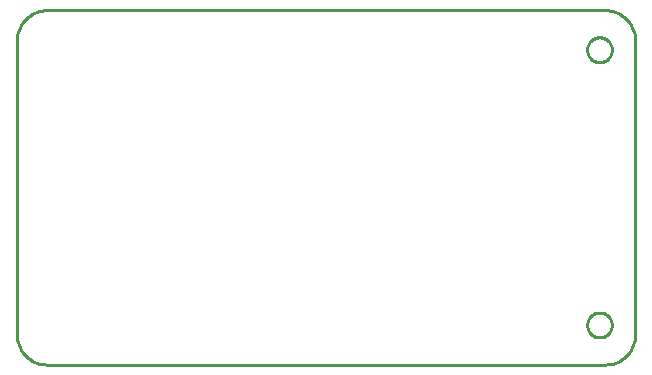
<source format=gbr>
G04 EAGLE Gerber RS-274X export*
G75*
%MOMM*%
%FSLAX34Y34*%
%LPD*%
%IN*%
%IPPOS*%
%AMOC8*
5,1,8,0,0,1.08239X$1,22.5*%
G01*
%ADD10C,0.254000*%


D10*
X0Y25400D02*
X97Y23186D01*
X386Y20989D01*
X865Y18826D01*
X1532Y16713D01*
X2380Y14666D01*
X3403Y12700D01*
X4594Y10831D01*
X5942Y9073D01*
X7440Y7440D01*
X9073Y5942D01*
X10831Y4594D01*
X12700Y3403D01*
X14666Y2380D01*
X16713Y1532D01*
X18826Y865D01*
X20989Y386D01*
X23186Y97D01*
X25400Y0D01*
X497830Y0D01*
X500044Y97D01*
X502241Y386D01*
X504404Y865D01*
X506517Y1532D01*
X508565Y2380D01*
X510530Y3403D01*
X512399Y4594D01*
X514157Y5942D01*
X515791Y7440D01*
X517288Y9073D01*
X518636Y10831D01*
X519827Y12700D01*
X520850Y14666D01*
X521698Y16713D01*
X522365Y18826D01*
X522844Y20989D01*
X523133Y23186D01*
X523230Y25400D01*
X523230Y274600D01*
X523133Y276814D01*
X522844Y279011D01*
X522365Y281174D01*
X521698Y283287D01*
X520850Y285335D01*
X519827Y287300D01*
X518636Y289169D01*
X517288Y290927D01*
X515791Y292561D01*
X514157Y294058D01*
X512399Y295406D01*
X510530Y296597D01*
X508565Y297620D01*
X506517Y298468D01*
X504404Y299135D01*
X502241Y299614D01*
X500044Y299903D01*
X497830Y300000D01*
X25400Y300000D01*
X23186Y299903D01*
X20989Y299614D01*
X18826Y299135D01*
X16713Y298468D01*
X14666Y297620D01*
X12700Y296597D01*
X10831Y295406D01*
X9073Y294058D01*
X7440Y292561D01*
X5942Y290927D01*
X4594Y289169D01*
X3403Y287300D01*
X2380Y285335D01*
X1532Y283287D01*
X865Y281174D01*
X386Y279011D01*
X97Y276814D01*
X0Y274600D01*
X0Y25400D01*
X492745Y256000D02*
X491923Y256065D01*
X491108Y256194D01*
X490306Y256386D01*
X489521Y256641D01*
X488759Y256957D01*
X488024Y257332D01*
X487320Y257763D01*
X486653Y258248D01*
X486025Y258784D01*
X485442Y259367D01*
X484906Y259995D01*
X484421Y260662D01*
X483990Y261366D01*
X483615Y262101D01*
X483299Y262863D01*
X483044Y263648D01*
X482852Y264450D01*
X482723Y265265D01*
X482658Y266087D01*
X482658Y266913D01*
X482723Y267735D01*
X482852Y268550D01*
X483044Y269352D01*
X483299Y270137D01*
X483615Y270899D01*
X483990Y271634D01*
X484421Y272338D01*
X484906Y273006D01*
X485442Y273633D01*
X486025Y274216D01*
X486653Y274752D01*
X487320Y275237D01*
X488024Y275668D01*
X488759Y276043D01*
X489521Y276359D01*
X490306Y276614D01*
X491108Y276806D01*
X491923Y276935D01*
X492745Y277000D01*
X493571Y277000D01*
X494393Y276935D01*
X495208Y276806D01*
X496010Y276614D01*
X496795Y276359D01*
X497557Y276043D01*
X498292Y275668D01*
X498996Y275237D01*
X499664Y274752D01*
X500291Y274216D01*
X500874Y273633D01*
X501410Y273006D01*
X501895Y272338D01*
X502326Y271634D01*
X502701Y270899D01*
X503017Y270137D01*
X503272Y269352D01*
X503464Y268550D01*
X503593Y267735D01*
X503658Y266913D01*
X503658Y266087D01*
X503593Y265265D01*
X503464Y264450D01*
X503272Y263648D01*
X503017Y262863D01*
X502701Y262101D01*
X502326Y261366D01*
X501895Y260662D01*
X501410Y259995D01*
X500874Y259367D01*
X500291Y258784D01*
X499664Y258248D01*
X498996Y257763D01*
X498292Y257332D01*
X497557Y256957D01*
X496795Y256641D01*
X496010Y256386D01*
X495208Y256194D01*
X494393Y256065D01*
X493571Y256000D01*
X492745Y256000D01*
X492745Y23000D02*
X491923Y23065D01*
X491108Y23194D01*
X490306Y23386D01*
X489521Y23641D01*
X488759Y23957D01*
X488024Y24332D01*
X487320Y24763D01*
X486653Y25248D01*
X486025Y25784D01*
X485442Y26367D01*
X484906Y26995D01*
X484421Y27662D01*
X483990Y28366D01*
X483615Y29101D01*
X483299Y29863D01*
X483044Y30648D01*
X482852Y31450D01*
X482723Y32265D01*
X482658Y33087D01*
X482658Y33913D01*
X482723Y34735D01*
X482852Y35550D01*
X483044Y36352D01*
X483299Y37137D01*
X483615Y37899D01*
X483990Y38634D01*
X484421Y39338D01*
X484906Y40006D01*
X485442Y40633D01*
X486025Y41216D01*
X486653Y41752D01*
X487320Y42237D01*
X488024Y42668D01*
X488759Y43043D01*
X489521Y43359D01*
X490306Y43614D01*
X491108Y43806D01*
X491923Y43935D01*
X492745Y44000D01*
X493571Y44000D01*
X494393Y43935D01*
X495208Y43806D01*
X496010Y43614D01*
X496795Y43359D01*
X497557Y43043D01*
X498292Y42668D01*
X498996Y42237D01*
X499664Y41752D01*
X500291Y41216D01*
X500874Y40633D01*
X501410Y40006D01*
X501895Y39338D01*
X502326Y38634D01*
X502701Y37899D01*
X503017Y37137D01*
X503272Y36352D01*
X503464Y35550D01*
X503593Y34735D01*
X503658Y33913D01*
X503658Y33087D01*
X503593Y32265D01*
X503464Y31450D01*
X503272Y30648D01*
X503017Y29863D01*
X502701Y29101D01*
X502326Y28366D01*
X501895Y27662D01*
X501410Y26995D01*
X500874Y26367D01*
X500291Y25784D01*
X499664Y25248D01*
X498996Y24763D01*
X498292Y24332D01*
X497557Y23957D01*
X496795Y23641D01*
X496010Y23386D01*
X495208Y23194D01*
X494393Y23065D01*
X493571Y23000D01*
X492745Y23000D01*
M02*

</source>
